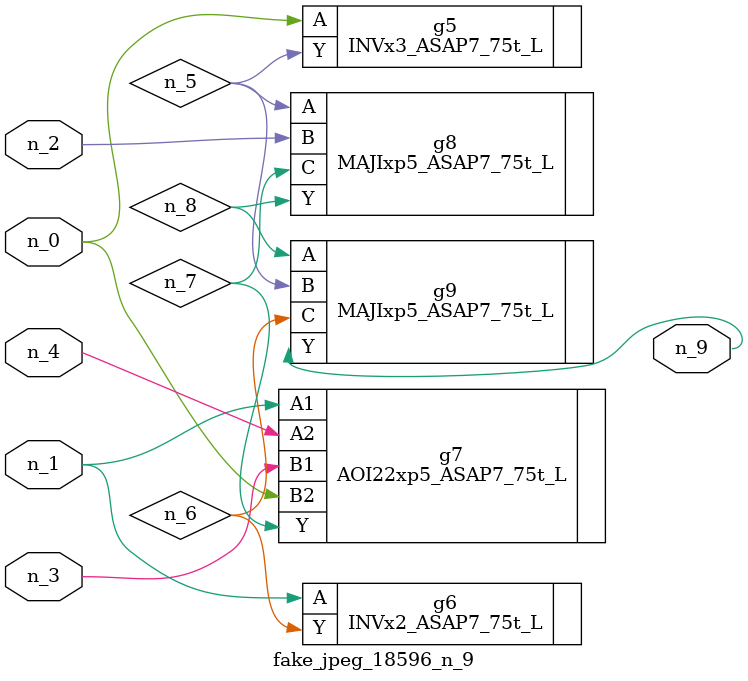
<source format=v>
module fake_jpeg_18596_n_9 (n_3, n_2, n_1, n_0, n_4, n_9);

input n_3;
input n_2;
input n_1;
input n_0;
input n_4;

output n_9;

wire n_8;
wire n_6;
wire n_5;
wire n_7;

INVx3_ASAP7_75t_L g5 ( 
.A(n_0),
.Y(n_5)
);

INVx2_ASAP7_75t_L g6 ( 
.A(n_1),
.Y(n_6)
);

AOI22xp5_ASAP7_75t_L g7 ( 
.A1(n_1),
.A2(n_4),
.B1(n_3),
.B2(n_0),
.Y(n_7)
);

MAJIxp5_ASAP7_75t_L g8 ( 
.A(n_5),
.B(n_2),
.C(n_7),
.Y(n_8)
);

MAJIxp5_ASAP7_75t_L g9 ( 
.A(n_8),
.B(n_5),
.C(n_6),
.Y(n_9)
);


endmodule
</source>
